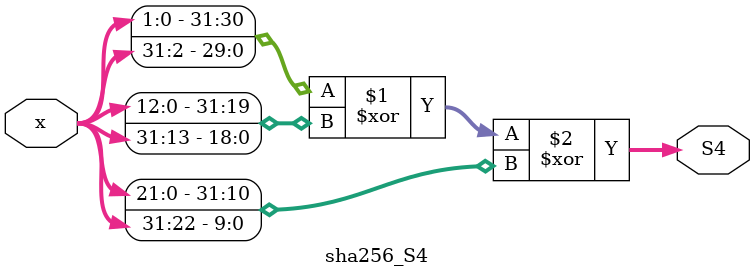
<source format=v>
module sha256_S4 (
          input wire [31:0] x,
          output wire [31:0] S4
          );

      assign S4 = ({x[1:0], x[31:2]} ^ {x[12:0], x[31:13]} ^ {x[21:0], x[31:22]});

      endmodule
</source>
